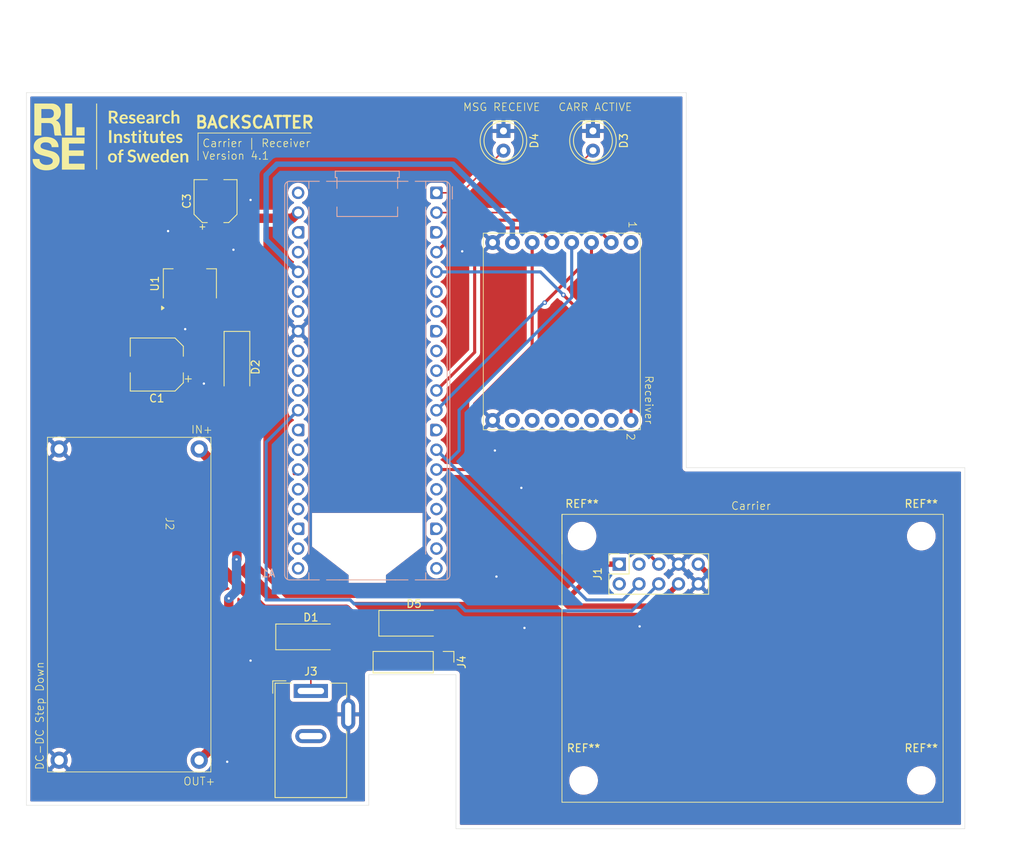
<source format=kicad_pcb>
(kicad_pcb (version 20241229) (generator "pcbnew") (generator_version "9.0")
  (title_block (title "Humanscatter v4.1") (company "RISE (Research Institutes of Sweden)"))
  (layers (0 "F.Cu" signal) (2 "B.Cu" signal) (13 "F.Paste" user) (15 "B.Paste" user) (5 "F.SilkS" user "F.Silkscreen") (7 "B.SilkS" user "B.Silkscreen") (1 "F.Mask" user) (3 "B.Mask" user) (25 "Edge.Cuts" user))
  (net 0 "")
  (net 6 "unconnected-(A1-GPIO20-Pad26)")
  (net 7 "/GDO")
  (net 8 "Net-(A1-VSYS)")
  (net 9 "Net-(A1-GND-Pad13)")
  (net 12 "GND")
  (net 15 "/CS")
  (net 17 "/MOSI")
  (net 20 "/MISO")
  (net 22 "/SCK")
  (net 23 "/GD2")
  (net 27 "/3V3")
  (net 30 "Net-(D2-K)")
  (net 31 "/IN+")
  (net 32 "Net-(D1-A)")
  (net 33 "/OUT+")
  (net 41 "Net-(A1-GPIO1)")
  (net 42 "Net-(A1-GPIO0)")
  (net 48 "Net-(D5-A)")
  (footprint "Package_TO_SOT_SMD:SOT-223-3_TabPin2" (layer "F.Cu") (at 132.2 58.35 90)
    (property "Reference" "U1" (at 0 -4.5 90) (layer "F.SilkS"))
    (property "Value" "AMS1117")
    (pad "1" smd roundrect (at -3.15 -2.3 90) (size 2 1.5) (layers "F.Cu" "F.Mask" "F.Paste") (net 12 "GND"))
    (pad "2" smd roundrect (at -3.15 0 90) (size 2 1.5) (layers "F.Cu" "F.Mask" "F.Paste") (net 8 "Net-(A1-VSYS)"))
    (pad "2" smd roundrect (at 3.15 0 90) (size 2 3.8) (layers "F.Cu" "F.Mask" "F.Paste") (net 8 "Net-(A1-VSYS)"))
    (pad "3" smd roundrect (at -3.15 2.3 90) (size 2 1.5) (layers "F.Cu" "F.Mask" "F.Paste") (net 30 "Net-(D2-K)"))
  )
  (footprint "Capacitor_SMD:CP_Elec_6.3x5.4" (layer "F.Cu") (at 127.95 68.75 180)
    (property "Reference" "C1" (at 0 -4.35 0) (layer "F.SilkS"))
    (property "Value" "10uF")
    (pad "1" smd roundrect (at -2.8 0 180) (size 3.5 1.6) (layers "F.Cu" "F.Mask" "F.Paste") (roundrect_rratio 0.15625) (net 30 "Net-(D2-K)"))
    (pad "2" smd roundrect (at 2.8 0 180) (size 3.5 1.6) (layers "F.Cu" "F.Mask" "F.Paste") (roundrect_rratio 0.15625) (net 12 "GND"))
  )
  (footprint "Diode_SMD:D_SMA_Handsoldering" (layer "F.Cu") (at 161 102)
    (property "Reference" "D5" (at 0 -2.5 0) (layer "F.SilkS"))
    (property "Value" "D")
    (pad "1" smd roundrect (at -2.5 0) (size 3.5 1.8) (layers "F.Cu" "F.Mask" "F.Paste") (roundrect_rratio 0.1388888889) (net 31 "/IN+"))
    (pad "2" smd roundrect (at 2.5 0) (size 3.5 1.8) (layers "F.Cu" "F.Mask" "F.Paste") (roundrect_rratio 0.1388888889) (net 48 "Net-(D5-A)"))
  )
  (footprint "Diode_SMD:D_SMA_Handsoldering" (layer "F.Cu") (at 138.25 69 -90)
    (property "Reference" "D2" (at 0.08 -2.39 90) (layer "F.SilkS"))
    (property "Value" "D")
    (pad "1" smd roundrect (at -2.5 0 270) (size 3.5 1.8) (layers "F.Cu" "F.Mask" "F.Paste") (roundrect_rratio 0.1388888889) (net 30 "Net-(D2-K)"))
    (pad "2" smd roundrect (at 2.5 0 270) (size 3.5 1.8) (layers "F.Cu" "F.Mask" "F.Paste") (roundrect_rratio 0.1388888889) (net 33 "/OUT+"))
  )
  (footprint "Connector_PinHeader_2.54mm:WPM404_New" (layer "F.Cu") (at 124.9 99.1 -90)
    (property "Reference" "J2" (at -9.9 -4.7 270) (layer "F.SilkS") (effects (font (thickness 0.1))))
    (property "Value" "WPM404")
    (pad "1" thru_hole circle (at -19.5 -8.5 270) (size 2.2 2.2) (drill 1.2) (layers "*.Cu" "*.Mask") (net 31 "/IN+"))
    (pad "2" thru_hole circle (at -19.5 9.5 270) (size 2.2 2.2) (drill 1.2) (layers "*.Cu" "*.Mask") (net 12 "GND"))
    (pad "3" thru_hole circle (at 20.5 9.5 270) (size 2.2 2.2) (drill 1.2) (layers "*.Cu" "*.Mask") (net 12 "GND"))
    (pad "4" thru_hole circle (at 20.5 -8.5 270) (size 2.2 2.2) (drill 1.2) (layers "*.Cu" "*.Mask") (net 33 "/OUT+"))
  )
  (footprint "MountingHole:MountingHole_3.2mm_M3" (layer "F.Cu") (at 182.8 122.2)
    (property "Reference" "REF**" (at 0 -4.15 0) (layer "F.SilkS"))
    (property "Value" "MountingHole_3.2mm_M3")
    (pad "" np_thru_hole circle (at 0 0) (size 3.2 3.2) (drill 3.2) (layers "*.Cu" "*.Mask"))
  )
  (footprint "Connector_PinHeader_2.54mm:PinHeader_1x04_P2.54mm_Vertical" (layer "F.Cu") (at 164.75 107 -90)
    (property "Reference" "J4" (at 0 -2.38 90) (layer "F.SilkS"))
    (property "Value" "Conn_01x04")
    (pad "1" smd rect (at 0 0 270) (size 1.6 2.2) (layers "F.Cu" "F.Mask" "F.Paste") (net 48 "Net-(D5-A)"))
    (pad "2" smd rect (at 0 2.54 270) (size 1.6 2.2) (layers "F.Cu" "F.Mask" "F.Paste"))
    (pad "3" smd rect (at 0 5.08 270) (size 1.6 2.2) (layers "F.Cu" "F.Mask" "F.Paste"))
    (pad "4" smd rect (at 0 7.62 270) (size 1.6 2.2) (layers "F.Cu" "F.Mask" "F.Paste") (net 12 "GND"))
  )
  (footprint "Connector_BarrelJack:BarrelJack_Wuerth_6941xx301002" (layer "F.Cu") (at 147.75 110.7)
    (property "Reference" "J3" (at 0 -2.5 0) (layer "F.SilkS"))
    (property "Value" "Barrel_Jack_Switch")
    (pad "1" thru_hole rect (at 0 0) (size 4.4 1.8) (drill oval 3.4 0.8) (layers "*.Cu" "*.Mask") (net 32 "Net-(D1-A)"))
    (pad "2" thru_hole oval (at 0 5.8) (size 4 1.8) (drill oval 3 0.8) (layers "*.Cu" "*.Mask"))
    (pad "3" thru_hole oval (at 4.8 3 90) (size 4 1.8) (drill oval 3 0.8) (layers "*.Cu" "*.Mask") (net 12 "GND"))
  )
  (footprint "Connector_PinSocket_2.54mm:mikroBUS_2x08_P2.54mm_15.24mm" (layer "F.Cu") (at 188.89 53.07 -90)
    (property "Reference" "Receiver" (at 20.23 -2.31 270) (layer "F.SilkS") (effects (font (thickness 0.1))))
    (property "Value" "Conn_02x08_Odd_Even")
    (pad "1" thru_hole circle (at 0 0 270) (size 1.9 1.9) (drill 0.9) (layers "*.Cu" "*.Mask"))
    (pad "2" thru_hole circle (at 22.86 0 270) (size 1.9 1.9) (drill 0.9) (layers "*.Cu" "*.Mask") (net 23 "/GD2"))
    (pad "3" thru_hole circle (at 0 2.54 270) (size 1.9 1.9) (drill 0.9) (layers "*.Cu" "*.Mask") (net 7 "/GDO"))
    (pad "4" thru_hole circle (at 22.86 2.54 270) (size 1.9 1.9) (drill 0.9) (layers "*.Cu" "*.Mask"))
    (pad "5" thru_hole circle (at 0 5.08 270) (size 1.9 1.9) (drill 0.9) (layers "*.Cu" "*.Mask") (net 15 "/CS"))
    (pad "6" thru_hole circle (at 22.86 5.08 270) (size 1.9 1.9) (drill 0.9) (layers "*.Cu" "*.Mask"))
    (pad "7" thru_hole circle (at 0 7.62 270) (size 1.9 1.9) (drill 0.9) (layers "*.Cu" "*.Mask") (net 22 "/SCK"))
    (pad "8" thru_hole circle (at 22.86 7.62 270) (size 1.9 1.9) (drill 0.9) (layers "*.Cu" "*.Mask"))
    (pad "9" thru_hole circle (at 0 10.16 270) (size 1.9 1.9) (drill 0.9) (layers "*.Cu" "*.Mask") (net 20 "/MISO"))
    (pad "10" thru_hole circle (at 22.86 10.16 270) (size 1.9 1.9) (drill 0.9) (layers "*.Cu" "*.Mask"))
    (pad "11" thru_hole circle (at 0 12.7 270) (size 1.9 1.9) (drill 0.9) (layers "*.Cu" "*.Mask") (net 17 "/MOSI"))
    (pad "12" thru_hole circle (at 22.86 12.7 270) (size 1.9 1.9) (drill 0.9) (layers "*.Cu" "*.Mask"))
    (pad "13" thru_hole circle (at 0 15.24 270) (size 1.9 1.9) (drill 0.9) (layers "*.Cu" "*.Mask") (net 27 "/3V3"))
    (pad "14" thru_hole circle (at 22.86 15.24 270) (size 1.9 1.9) (drill 0.9) (layers "*.Cu" "*.Mask"))
    (pad "15" thru_hole circle (at 0 17.78 270) (size 1.9 1.9) (drill 0.9) (layers "*.Cu" "*.Mask") (net 12 "GND"))
    (pad "16" thru_hole circle (at 22.86 17.78 270) (size 1.9 1.9) (drill 0.9) (layers "*.Cu" "*.Mask") (net 12 "GND"))
  )
  (footprint "Logo.preety:Logo" (layer "F.Cu") (at 122 39.5)
    (property "Reference" "G***" (hide yes))
    (property "Value" "LOGO" (hide yes))
  )
  (footprint "MountingHole:MountingHole_3.2mm_M3" (layer "F.Cu") (at 226.2 122.2)
    (property "Reference" "REF**" (at 0 -4.15 0) (layer "F.SilkS"))
    (property "Value" "MountingHole_3.2mm_M3")
    (pad "" np_thru_hole circle (at 0 0) (size 3.2 3.2) (drill 3.2) (layers "*.Cu" "*.Mask"))
  )
  (footprint "LED_THT:LED_D5.0mm" (layer "F.Cu") (at 184 38.725 -90)
    (property "Reference" "D3" (at 1.27 -3.96 90) (layer "F.SilkS"))
    (property "Value" "LED")
    (pad "1" thru_hole rect (at 0 0 270) (size 1.8 1.8) (drill 0.9) (layers "*.Cu" "*.Mask") (net 12 "GND"))
    (pad "2" thru_hole circle (at 2.54 0 270) (size 1.8 1.8) (drill 0.9) (layers "*.Cu" "*.Mask") (net 41 "Net-(A1-GPIO1)"))
  )
  (footprint "Connector_PinSocket_2.54mm:PinSocket_2x05_P2.54mm_Vertical" (layer "F.Cu") (at 187.38 94.4 90)
    (property "Reference" "J1" (at -1.27 -2.77 90) (layer "F.SilkS"))
    (property "Value" "Conn_02x05_Odd_Even")
    (pad "1" thru_hole rect (at 0 0 90) (size 1.7 1.7) (drill 1) (layers "*.Cu" "*.Mask") (net 8 "Net-(A1-VSYS)"))
    (pad "2" thru_hole circle (at -2.54 0 90) (size 1.7 1.7) (drill 1) (layers "*.Cu" "*.Mask"))
    (pad "3" thru_hole circle (at 0 2.54 90) (size 1.7 1.7) (drill 1) (layers "*.Cu" "*.Mask"))
    (pad "4" thru_hole circle (at -2.54 2.54 90) (size 1.7 1.7) (drill 1) (layers "*.Cu" "*.Mask") (net 22 "/SCK"))
    (pad "5" thru_hole circle (at 0 5.08 90) (size 1.7 1.7) (drill 1) (layers "*.Cu" "*.Mask") (net 17 "/MOSI"))
    (pad "6" thru_hole circle (at -2.54 5.08 90) (size 1.7 1.7) (drill 1) (layers "*.Cu" "*.Mask") (net 15 "/CS"))
    (pad "7" thru_hole circle (at 0 7.62 90) (size 1.7 1.7) (drill 1) (layers "*.Cu" "*.Mask") (net 12 "GND"))
    (pad "8" thru_hole circle (at -2.54 7.62 90) (size 1.7 1.7) (drill 1) (layers "*.Cu" "*.Mask") (net 8 "Net-(A1-VSYS)"))
    (pad "9" thru_hole circle (at 0 10.16 90) (size 1.7 1.7) (drill 1) (layers "*.Cu" "*.Mask") (net 8 "Net-(A1-VSYS)"))
    (pad "10" thru_hole circle (at -2.54 10.16 90) (size 1.7 1.7) (drill 1) (layers "*.Cu" "*.Mask") (net 12 "GND"))
  )
  (footprint "MountingHole:MountingHole_3.2mm_M3" (layer "F.Cu") (at 182.6 90.8)
    (property "Reference" "REF**" (at 0 -4.15 0) (layer "F.SilkS"))
    (property "Value" "MountingHole_3.2mm_M3")
    (pad "" np_thru_hole circle (at 0 0) (size 3.2 3.2) (drill 3.2) (layers "*.Cu" "*.Mask"))
  )
  (footprint "MountingHole:MountingHole_3.2mm_M3" (layer "F.Cu") (at 226.2 90.8)
    (property "Reference" "REF**" (at 0 -4.15 0) (layer "F.SilkS"))
    (property "Value" "MountingHole_3.2mm_M3")
    (pad "" np_thru_hole circle (at 0 0) (size 3.2 3.2) (drill 3.2) (layers "*.Cu" "*.Mask"))
  )
  (footprint "Diode_SMD:D_SMA_Handsoldering" (layer "F.Cu") (at 147.75 103.75)
    (property "Reference" "D1" (at 0 -2.5 0) (layer "F.SilkS"))
    (property "Value" "D")
    (pad "1" smd roundrect (at -2.5 0) (size 3.5 1.8) (layers "F.Cu" "F.Mask" "F.Paste") (roundrect_rratio 0.1388888889) (net 31 "/IN+"))
    (pad "2" smd roundrect (at 2.5 0) (size 3.5 1.8) (layers "F.Cu" "F.Mask" "F.Paste") (roundrect_rratio 0.1388888889) (net 32 "Net-(D1-A)"))
  )
  (footprint "Capacitor_SMD:CP_Elec_5x5.4" (layer "F.Cu") (at 135.5 47.75 90)
    (property "Reference" "C3" (at 0 -3.7 90) (layer "F.SilkS"))
    (property "Value" "22uF")
    (pad "1" smd roundrect (at -2.2 0 90) (size 3 1.6) (layers "F.Cu" "F.Mask" "F.Paste") (roundrect_rratio 0.15625) (net 8 "Net-(A1-VSYS)"))
    (pad "2" smd roundrect (at 2.2 0 90) (size 3 1.6) (layers "F.Cu" "F.Mask" "F.Paste") (roundrect_rratio 0.15625) (net 12 "GND"))
  )
  (footprint "LED_THT:LED_D5.0mm" (layer "F.Cu") (at 172.5 38.725 -90)
    (property "Reference" "D4" (at 1.27 -3.96 90) (layer "F.SilkS"))
    (property "Value" "LED")
    (pad "1" thru_hole rect (at 0 0 270) (size 1.8 1.8) (drill 0.9) (layers "*.Cu" "*.Mask") (net 12 "GND"))
    (pad "2" thru_hole circle (at 2.54 0 270) (size 1.8 1.8) (drill 0.9) (layers "*.Cu" "*.Mask") (net 42 "Net-(A1-GPIO0)"))
  )
  (footprint "Module:RaspberryPi_Pico_Common_THT" (layer "B.Cu") (at 163.89 46.6825 180)
    (property "Reference" "A1" (at 20.6375 -48.895 0) (layer "B.SilkS") (effects (justify left mirror)))
    (property "Value" "RaspberryPi_Pico")
    (pad "1" thru_hole roundrect (at 0 0 180) (size 1.6 1.6) (drill 1) (layers "*.Cu" "*.Mask") (roundrect_rratio 0.125) (net 42 "Net-(A1-GPIO0)"))
    (pad "2" thru_hole circle (at 0 -2.54 180) (size 1.6 1.6) (drill 1) (layers "*.Cu" "*.Mask") (net 41 "Net-(A1-GPIO1)"))
    (pad "3" thru_hole custom (at 0 -5.08 180) (size 1.6 1.6) (drill 1) (layers "*.Cu" "*.Mask") (net 9 "Net-(A1-GND-Pad13)") (options (clearance outline) (anchor circle)) (primitives (gr_poly (pts (xy 0.8 -0.6) (xy 0.8 0.6) (xy 0.6 0.8) (xy 0 0.8) (xy 0 -0.8) (xy 0.6 -0.8)) (width 0) (fill yes)) (gr_circle (center 0.6 -0.6) (end 0.8 -0.6) (width 0) (fill yes)) (gr_circle (center 0.6 0.6) (end 0.8 0.6) (width 0) (fill yes))))
    (pad "4" thru_hole circle (at 0 -7.62 180) (size 1.6 1.6) (drill 1) (layers "*.Cu" "*.Mask") (net 7 "/GDO"))
    (pad "5" thru_hole circle (at 0 -10.16 180) (size 1.6 1.6) (drill 1) (layers "*.Cu" "*.Mask") (net 23 "/GD2"))
    (pad "6" thru_hole circle (at 0 -12.7 180) (size 1.6 1.6) (drill 1) (layers "*.Cu" "*.Mask"))
    (pad "7" thru_hole circle (at 0 -15.24 180) (size 1.6 1.6) (drill 1) (layers "*.Cu" "*.Mask"))
    (pad "8" thru_hole custom (at 0 -17.78 180) (size 1.6 1.6) (drill 1) (layers "*.Cu" "*.Mask") (net 9 "Net-(A1-GND-Pad13)") (options (clearance outline) (anchor circle)) (primitives (gr_poly (pts (xy 0.8 -0.6) (xy 0.8 0.6) (xy 0.6 0.8) (xy 0 0.8) (xy 0 -0.8) (xy 0.6 -0.8)) (width 0) (fill yes)) (gr_circle (center 0.6 -0.6) (end 0.8 -0.6) (width 0) (fill yes)) (gr_circle (center 0.6 0.6) (end 0.8 0.6) (width 0) (fill yes))))
    (pad "9" thru_hole circle (at 0 -20.32 180) (size 1.6 1.6) (drill 1) (layers "*.Cu" "*.Mask"))
    (pad "10" thru_hole circle (at 0 -22.86 180) (size 1.6 1.6) (drill 1) (layers "*.Cu" "*.Mask"))
    (pad "11" thru_hole circle (at 0 -25.4 180) (size 1.6 1.6) (drill 1) (layers "*.Cu" "*.Mask") (net 20 "/MISO"))
    (pad "12" thru_hole circle (at 0 -27.94 180) (size 1.6 1.6) (drill 1) (layers "*.Cu" "*.Mask") (net 15 "/CS"))
    (pad "13" thru_hole custom (at 0 -30.48 180) (size 1.6 1.6) (drill 1) (layers "*.Cu" "*.Mask") (net 9 "Net-(A1-GND-Pad13)") (options (clearance outline) (anchor circle)) (primitives (gr_poly (pts (xy 0.8 -0.6) (xy 0.8 0.6) (xy 0.6 0.8) (xy 0 0.8) (xy 0 -0.8) (xy 0.6 -0.8)) (width 0) (fill yes)) (gr_circle (center 0.6 -0.6) (end 0.8 -0.6) (width 0) (fill yes)) (gr_circle (center 0.6 0.6) (end 0.8 0.6) (width 0) (fill yes))))
    (pad "14" thru_hole circle (at 0 -33.02 180) (size 1.6 1.6) (drill 1) (layers "*.Cu" "*.Mask") (net 22 "/SCK"))
    (pad "15" thru_hole circle (at 0 -35.56 180) (size 1.6 1.6) (drill 1) (layers "*.Cu" "*.Mask") (net 17 "/MOSI"))
    (pad "16" thru_hole circle (at 0 -38.1 180) (size 1.6 1.6) (drill 1) (layers "*.Cu" "*.Mask"))
    (pad "17" thru_hole circle (at 0 -40.64 180) (size 1.6 1.6) (drill 1) (layers "*.Cu" "*.Mask"))
    (pad "18" thru_hole custom (at 0 -43.18 180) (size 1.6 1.6) (drill 1) (layers "*.Cu" "*.Mask") (net 9 "Net-(A1-GND-Pad13)") (options (clearance outline) (anchor circle)) (primitives (gr_poly (pts (xy 0.8 -0.6) (xy 0.8 0.6) (xy 0.6 0.8) (xy 0 0.8) (xy 0 -0.8) (xy 0.6 -0.8)) (width 0) (fill yes)) (gr_circle (center 0.6 -0.6) (end 0.8 -0.6) (width 0) (fill yes)) (gr_circle (center 0.6 0.6) (end 0.8 0.6) (width 0) (fill yes))))
    (pad "19" thru_hole circle (at 0 -45.72 180) (size 1.6 1.6) (drill 1) (layers "*.Cu" "*.Mask"))
    (pad "20" thru_hole circle (at 0 -48.26 180) (size 1.6 1.6) (drill 1) (layers "*.Cu" "*.Mask"))
    (pad "21" thru_hole circle (at 17.78 -48.26 180) (size 1.6 1.6) (drill 1) (layers "*.Cu" "*.Mask"))
    (pad "22" thru_hole circle (at 17.78 -45.72 180) (size 1.6 1.6) (drill 1) (layers "*.Cu" "*.Mask"))
    (pad "23" thru_hole custom (at 17.78 -43.18 180) (size 1.6 1.6) (drill 1) (layers "*.Cu" "*.Mask") (net 9 "Net-(A1-GND-Pad13)") (options (clearance outline) (anchor circle)) (primitives (gr_poly (pts (xy -0.8 -0.6) (xy -0.8 0.6) (xy -0.6 0.8) (xy 0 0.8) (xy 0 -0.8) (xy -0.6 -0.8)) (width 0) (fill yes)) (gr_circle (center -0.6 -0.6) (end -0.4 -0.6) (width 0) (fill yes)) (gr_circle (center -0.6 0.6) (end -0.4 0.6) (width 0) (fill yes))))
    (pad "24" thru_hole circle (at 17.78 -40.64 180) (size 1.6 1.6) (drill 1) (layers "*.Cu" "*.Mask"))
    (pad "25" thru_hole circle (at 17.78 -38.1 180) (size 1.6 1.6) (drill 1) (layers "*.Cu" "*.Mask"))
    (pad "26" thru_hole circle (at 17.78 -35.56 180) (size 1.6 1.6) (drill 1) (layers "*.Cu" "*.Mask") (net 6 "unconnected-(A1-GPIO20-Pad26)"))
    (pad "27" thru_hole circle (at 17.78 -33.02 180) (size 1.6 1.6) (drill 1) (layers "*.Cu" "*.Mask"))
    (pad "28" thru_hole custom (at 17.78 -30.48 180) (size 1.6 1.6) (drill 1) (layers "*.Cu" "*.Mask") (net 9 "Net-(A1-GND-Pad13)") (options (clearance outline) (anchor circle)) (primitives (gr_poly (pts (xy -0.8 -0.6) (xy -0.8 0.6) (xy -0.6 0.8) (xy 0 0.8) (xy 0 -0.8) (xy -0.6 -0.8)) (width 0) (fill yes)) (gr_circle (center -0.6 -0.6) (end -0.4 -0.6) (width 0) (fill yes)) (gr_circle (center -0.6 0.6) (end -0.4 0.6) (width 0) (fill yes))))
    (pad "29" thru_hole circle (at 17.78 -27.94 180) (size 1.6 1.6) (drill 1) (layers "*.Cu" "*.Mask") (net 15 "/CS"))
    (pad "30" thru_hole circle (at 17.78 -25.4 180) (size 1.6 1.6) (drill 1) (layers "*.Cu" "*.Mask"))
    (pad "31" thru_hole circle (at 17.78 -22.86 180) (size 1.6 1.6) (drill 1) (layers "*.Cu" "*.Mask"))
    (pad "32" thru_hole circle (at 17.78 -20.32 180) (size 1.6 1.6) (drill 1) (layers "*.Cu" "*.Mask"))
    (pad "33" thru_hole custom (at 17.78 -17.78 180) (size 1.6 1.6) (drill 1) (layers "*.Cu" "*.Mask") (net 12 "GND") (options (clearance outline) (anchor circle)) (primitives (gr_poly (pts (xy -0.8 -0.6) (xy -0.8 0.6) (xy -0.6 0.8) (xy 0 0.8) (xy 0 -0.8) (xy -0.6 -0.8)) (width 0) (fill yes)) (gr_circle (center -0.6 -0.6) (end -0.4 -0.6) (width 0) (fill yes)) (gr_circle (center -0.6 0.6) (end -0.4 0.6) (width 0) (fill yes))))
    (pad "34" thru_hole circle (at 17.78 -15.24 180) (size 1.6 1.6) (drill 1) (layers "*.Cu" "*.Mask"))
    (pad "35" thru_hole circle (at 17.78 -12.7 180) (size 1.6 1.6) (drill 1) (layers "*.Cu" "*.Mask"))
    (pad "36" thru_hole circle (at 17.78 -10.16 180) (size 1.6 1.6) (drill 1) (layers "*.Cu" "*.Mask") (net 27 "/3V3"))
    (pad "37" thru_hole circle (at 17.78 -7.62 180) (size 1.6 1.6) (drill 1) (layers "*.Cu" "*.Mask"))
    (pad "38" thru_hole custom (at 17.78 -5.08 180) (size 1.6 1.6) (drill 1) (layers "*.Cu" "*.Mask") (net 9 "Net-(A1-GND-Pad13)") (options (clearance outline) (anchor circle)) (primitives (gr_poly (pts (xy -0.8 -0.6) (xy -0.8 0.6) (xy -0.6 0.8) (xy 0 0.8) (xy 0 -0.8) (xy -0.6 -0.8)) (width 0) (fill yes)) (gr_circle (center -0.6 -0.6) (end -0.4 -0.6) (width 0) (fill yes)) (gr_circle (center -0.6 0.6) (end -0.4 0.6) (width 0) (fill yes))))
    (pad "39" thru_hole circle (at 17.78 -2.54 180) (size 1.6 1.6) (drill 1) (layers "*.Cu" "*.Mask") (net 8 "Net-(A1-VSYS)"))
    (pad "40" thru_hole circle (at 17.78 0 180) (size 1.6 1.6) (drill 1) (layers "*.Cu" "*.Mask"))
    (zone (net 0) (net_name "") (layers "F.Cu" "B.Cu" "F.Paste" "B.Paste") (name "Antenna Copper Keep Out") (connect_pads (clearance 0)) (min_thickness 0.254)
      (keepout (tracks not_allowed) (vias not_allowed) (pads not_allowed) (copperpour not_allowed) (footprints allowed))
      (fill (thermal_gap 0.508) (thermal_bridge_width 0.508))
      (polygon (pts (xy 157.4 95.802395) (xy 162.1 92.152395) (xy 162.1 87.8125) (xy 147.9 87.8125) (xy 147.9 92.152395) (xy 152.6 95.802395) (xy 152.6 96.8125) (xy 157.4 96.8125)))
    )
  )
  (gr_line (start 180.02 125) (end 229 125) (stroke (width 0.1)) (layer "F.SilkS"))
  (gr_line (start 180.02 88) (end 229.02 88) (stroke (width 0.1)) (layer "F.SilkS"))
  (gr_line (start 133.25 39) (end 147.75 39) (stroke (width 0.1)) (layer "F.SilkS"))
  (gr_line (start 229.02 88) (end 229 125) (stroke (width 0.1)) (layer "F.SilkS"))
  (gr_line (start 133.25 42.5) (end 133.25 39) (stroke (width 0.1)) (layer "F.SilkS"))
  (gr_line (start 180.02 88.19) (end 180.02 88) (stroke (width 0.1)) (layer "F.SilkS"))
  (gr_line (start 180.02 88) (end 180.02 125) (stroke (width 0.1)) (layer "F.SilkS"))
  (gr_line (start 180.02 93.09) (end 180.02 88.09) (stroke (width 0.1)) (layer "F.SilkS"))
  (gr_line (start 180.02 88.19) (end 180.02 88.09) (stroke (width 0.1)) (layer "F.SilkS"))
  (gr_line (start 111.2 125.4) (end 111.2 33.8) (stroke (width 0.05)) (layer "Edge.Cuts"))
  (gr_line (start 231.8 82) (end 231.8 128.4) (stroke (width 0.05)) (layer "Edge.Cuts"))
  (gr_line (start 196 33.8) (end 196 82) (stroke (width 0.05)) (layer "Edge.Cuts"))
  (gr_line (start 155.2 125.4) (end 111.2 125.4) (stroke (width 0.05)) (layer "Edge.Cuts"))
  (gr_line (start 166.4 108.6) (end 155.2 108.6) (stroke (width 0.05)) (layer "Edge.Cuts"))
  (gr_line (start 231.8 128.4) (end 166.4 128.4) (stroke (width 0.05)) (layer "Edge.Cuts"))
  (gr_line (start 196 82) (end 231.8 82) (stroke (width 0.05)) (layer "Edge.Cuts"))
  (gr_line (start 111.2 33.8) (end 196 33.8) (stroke (width 0.05)) (layer "Edge.Cuts"))
  (gr_line (start 166.4 128.4) (end 166.4 108.6) (stroke (width 0.05)) (layer "Edge.Cuts"))
  (gr_line (start 155.2 108.6) (end 155.2 125.4) (stroke (width 0.05)) (layer "Edge.Cuts"))
  (gr_text "OUT+" (at 131.3 122.9 0) (layer "F.SilkS") (effects (font (size 1 1) (thickness 0.1)) (justify left bottom)))
  (gr_text "Carrier\n" (at 201.7 87.5 0) (layer "F.SilkS") (effects (font (size 1 1) (thickness 0.1)) (justify left bottom)))
  (gr_text "Carrier | Receiver\nVersion 4.1\n" (at 133.75 42.5 0) (layer "F.SilkS") (effects (font (size 1 1) (thickness 0.1)) (justify left bottom)))
  (gr_text "BACKSCATTER\n" (at 132.75 38.5 0) (layer "F.SilkS") (effects (font (size 1.5 1.5) (thickness 0.3) (bold yes)) (justify left bottom)))
  (gr_text "1" (at 188.5 50.25 270) (layer "F.SilkS") (effects (font (size 1 1) (thickness 0.1)) (justify left bottom)))
  (gr_text "DC-DC Step Down\n" (at 113.5 120.9 90) (layer "F.SilkS") (effects (font (size 1 1) (thickness 0.1)) (justify left bottom)))
  (gr_text "IN+" (at 132.3 77.7 0) (layer "F.SilkS") (effects (font (size 1 1) (thickness 0.1)) (justify left bottom)))
  (gr_text "MSG RECEIVE" (at 167.25 36.25 0) (layer "F.SilkS") (effects (font (size 1 1) (thickness 0.1)) (justify left bottom)))
  (gr_text "CARR ACTIVE" (at 179.5 36.25 0) (layer "F.SilkS") (effects (font (size 1 1) (thickness 0.1)) (justify left bottom)))
  (gr_text "2" (at 188.25 77.5 270) (layer "F.SilkS") (effects (font (size 1 1) (thickness 0.1)) (justify left bottom)))
  (segment (start 145.6125 82.7825) (end 146.2125 82.1825) (width 0.4) (layer "F.Cu") (net 6))
  (segment (start 186.35 53.07) (end 183.48 50.2) (width 0.4) (layer "F.Cu") (net 7))
  (segment (start 167.4 50.7925) (end 163.89 54.3025) (width 0.4) (layer "F.Cu") (net 7))
  (segment (start 167.4 50.2) (end 167.4 50.7925) (width 0.4) (layer "F.Cu") (net 7))
  (segment (start 183.48 50.2) (end 167.4 50.2) (width 0.4) (layer "F.Cu") (net 7))
  (segment (start 146.0925 49.2825) (end 146.2125 49.1625) (width 0.2) (layer "F.Cu") (net 8))
  (segment (start 187.38 94.4) (end 185.2 94.4) (width 0.7) (layer "F.Cu") (net 8))
  (segment (start 144.6 98.4) (end 140.8 94.6) (width 0.7) (layer "F.Cu") (net 8))
  (segment (start 140.8 49.95) (end 145.3825 49.95) (width 1.2) (layer "F.Cu") (net 8))
  (segment (start 135.5 51.9) (end 135.5 49.95) (width 1.2) (layer "F.Cu") (net 8))
  (segment (start 132.2 55.2) (end 135.5 51.9) (width 1.2) (layer "F.Cu") (net 8))
  (segment (start 140.8 94.6) (end 140.8 49.95) (width 0.7) (layer "F.Cu") (net 8))
  (segment (start 145.3825 49.95) (end 146.11 49.2225) (width 1.2) (layer "F.Cu") (net 8))
  (segment (start 179.6 98.6) (end 179.6 98.4) (width 0.2) (layer "F.Cu") (net 8))
  (segment (start 179.6 98.4) (end 144.6 98.4) (width 0.7) (layer "F.Cu") (net 8))
  (segment (start 180.8 99.8) (end 179.6 98.6) (width 0.7) (layer "F.Cu") (net 8))
  (segment (start 201.2 98.4) (end 201.2 98.06) (width 0.7) (layer "F.Cu") (net 8))
  (segment (start 135.5 49.95) (end 140.8 49.95) (width 1.2) (layer "F.Cu") (net 8))
  (segment (start 192.14 99.8) (end 199.8 99.8) (width 0.7) (layer "F.Cu") (net 8))
  (segment (start 199.8 99.8) (end 201.2 98.4) (width 0.7) (layer "F.Cu") (net 8))
  (segment (start 201.2 98.06) (end 197.54 94.4) (width 0.7) (layer "F.Cu") (net 8))
  (segment (start 192.14 99.8) (end 180.8 99.8) (width 0.7) (layer "F.Cu") (net 8))
  (segment (start 185.2 94.4) (end 181.2 98.4) (width 0.7) (layer "F.Cu") (net 8))
  (segment (start 195 96.94) (end 192.14 99.8) (width 0.7) (layer "F.Cu") (net 8))
  (segment (start 181.2 98.4) (end 179.6 98.4) (width 0.7) (layer "F.Cu") (net 8))
  (via (at 140 106.8) (size 0.6) (drill 0.3) (layers "F.Cu" "B.Cu") (net 12))
  (via (at 175.2 102.6) (size 0.6) (drill 0.3) (layers "F.Cu" "B.Cu") (net 12))
  (via (at 167.2 54.2) (size 0.6) (drill 0.3) (layers "F.Cu" "B.Cu") (net 12))
  (via (at 140 47.6) (size 0.6) (drill 0.3) (layers "F.Cu" "B.Cu") (net 12))
  (via (at 190 102.4) (size 0.6) (drill 0.3) (layers "F.Cu" "B.Cu") (net 12))
  (via (at 171.6 96) (size 0.6) (drill 0.3) (layers "F.Cu" "B.Cu") (net 12))
  (via (at 129.4 51.6) (size 0.6) (drill 0.3) (layers "F.Cu" "B.Cu") (net 12))
  (via (at 171.4 79.8) (size 0.6) (drill 0.3) (layers "F.Cu" "B.Cu") (net 12))
  (via (at 137.8 54) (size 0.6) (drill 0.3) (layers "F.Cu" "B.Cu") (net 12))
  (via (at 174.8 84.6) (size 0.6) (drill 0.3) (layers "F.Cu" "B.Cu") (net 12))
  (via (at 137 119.8) (size 0.6) (drill 0.3) (layers "F.Cu" "B.Cu") (net 12))
  (via (at 131.6 64.2) (size 0.6) (drill 0.3) (layers "F.Cu" "B.Cu") (net 12))
  (via (at 134 71.2) (size 0.6) (drill 0.3) (layers "F.Cu" "B.Cu") (net 12))
  (segment (start 183.81 53.07) (end 183.81 54.79) (width 0.4) (layer "F.Cu") (net 15))
  (segment (start 183.81 54.79) (end 177.8 60.8) (width 0.4) (layer "F.Cu") (net 15))
  (segment (start 146.55 74.5625) (end 146.61 74.6225) (width 0.4) (layer "F.Cu") (net 15))
  (via (at 177.8 60.8) (size 0.6) (drill 0.3) (layers "F.Cu" "B.Cu") (net 15))
  (segment (start 142 99) (end 142.011 98.989) (width 0.4) (layer "B.Cu") (net 15))
  (segment (start 153.301 99.501) (end 152.8 99) (width 0.4) (layer "B.Cu") (net 15))
  (segment (start 177.8 60.8) (end 177.6 61) (width 0.2) (layer "B.Cu") (net 15))
  (segment (start 166.701 99.501) (end 153.301 99.501) (width 0.4) (layer "B.Cu") (net 15))
  (segment (start 177.6 61) (end 177.5125 61) (width 0.2) (layer "B.Cu") (net 15))
  (segment (start 142.011 98.989) (end 142.011 78.7215) (width 0.4) (layer "B.Cu") (net 15))
  (segment (start 189 100.4) (end 167.6 100.4) (width 0.4) (layer "B.Cu") (net 15))
  (segment (start 152.8 99) (end 142 99) (width 0.4) (layer "B.Cu") (net 15))
  (segment (start 142.011 78.7215) (end 146.11 74.6225) (width 0.4) (layer "B.Cu") (net 15))
  (segment (start 177.5125 61) (end 163.89 74.6225) (width 0.4) (layer "B.Cu") (net 15))
  (segment (start 192.46 96.94) (end 189 100.4) (width 0.4) (layer "B.Cu") (net 15))
  (segment (start 167.6 100.4) (end 166.701 99.501) (width 0.4) (layer "B.Cu") (net 15))
  (segment (start 168.8 82.2425) (end 163.89 82.2425) (width 0.4) (layer "F.Cu") (net 17))
  (segment (start 192.46 94.4) (end 180.3025 82.2425) (width 0.4) (layer "F.Cu") (net 17))
  (segment (start 168.8 73.8) (end 168.8 82.2425) (width 0.4) (layer "F.Cu") (net 17))
  (segment (start 180.3025 82.2425) (end 168.8 82.2425) (width 0.4) (layer "F.Cu") (net 17))
  (segment (start 176.19 66.41) (end 168.8 73.8) (width 0.4) (layer "F.Cu") (net 17))
  (segment (start 176.19 53.07) (end 176.19 66.41) (width 0.4) (layer "F.Cu") (net 17))
  (segment (start 176.86 51.2) (end 168.8 51.2) (width 0.4) (layer "F.Cu") (net 20))
  (segment (start 178.73 53.07) (end 176.86 51.2) (width 0.4) (layer "F.Cu") (net 20))
  (segment (start 168.8 67.1725) (end 163.89 72.0825) (width 0.4) (layer "F.Cu") (net 20))
  (segment (start 168.8 51.2) (end 168.8 67.1725) (width 0.4) (layer "F.Cu") (net 20))
  (segment (start 187.86 99) (end 183.1875 99) (width 0.4) (layer "B.Cu") (net 22))
  (segment (start 181.27 60.13) (end 166.8 74.6) (width 0.4) (layer "B.Cu") (net 22))
  (segment (start 181.27 53.07) (end 181.27 60.13) (width 0.4) (layer "B.Cu") (net 22))
  (segment (start 166.8 74.6) (end 166.8 79.8) (width 0.4) (layer "B.Cu") (net 22))
  (segment (start 183.1875 99) (end 165.39375 81.20625) (width 0.4) (layer "B.Cu") (net 22))
  (segment (start 165.39375 81.20625) (end 163.89 79.7025) (width 0.4) (layer "B.Cu") (net 22))
  (segment (start 189.92 96.94) (end 187.86 99) (width 0.4) (layer "B.Cu") (net 22))
  (segment (start 166.8 79.8) (end 165.39375 81.20625) (width 0.4) (layer "B.Cu") (net 22))
  (segment (start 188.89 75.93) (end 188.89 68.49) (width 0.4) (layer "F.Cu") (net 23))
  (segment (start 188.89 68.49) (end 180.2 59.8) (width 0.4) (layer "F.Cu") (net 23))
  (via (at 180.2 59.8) (size 0.6) (drill 0.3) (layers "F.Cu" "B.Cu") (net 23))
  (segment (start 177.2425 56.8425) (end 163.89 56.8425) (width 0.4) (layer "B.Cu") (net 23))
  (segment (start 180.2 59.8) (end 177.2425 56.8425) (width 0.4) (layer "B.Cu") (net 23))
  (segment (start 173.65 50.65) (end 166 43) (width 0.7) (layer "B.Cu") (net 27))
  (segment (start 143.4 43) (end 142 44.4) (width 0.7) (layer "B.Cu") (net 27))
  (segment (start 173.65 53.07) (end 173.65 50.65) (width 0.7) (layer "B.Cu") (net 27))
  (segment (start 142 52.7325) (end 146.11 56.8425) (width 0.7) (layer "B.Cu") (net 27))
  (segment (start 142 44.4) (end 142 52.7325) (width 0.7) (layer "B.Cu") (net 27))
  (segment (start 166 43) (end 143.4 43) (width 0.7) (layer "B.Cu") (net 27))
  (segment (start 134.5 65) (end 134.5 61.5) (width 1.2) (layer "F.Cu") (net 30))
  (segment (start 130.75 68.75) (end 134.5 65) (width 1.2) (layer "F.Cu") (net 30))
  (segment (start 138.25 66.5) (end 136 68.75) (width 1.2) (layer "F.Cu") (net 30))
  (segment (start 136 68.75) (end 130.75 68.75) (width 1.2) (layer "F.Cu") (net 30))
  (segment (start 141.65 100.25) (end 141.75 100.25) (width 1.3) (layer "F.Cu") (net 31))
  (segment (start 136.4 82.6) (end 133.4 79.6) (width 1.3) (layer "F.Cu") (net 31))
  (segment (start 141.65 100.25) (end 136.4 95) (width 1.3) (layer "F.Cu") (net 31))
  (segment (start 154 102) (end 152.25 100.25) (width 1.3) (layer "F.Cu") (net 31))
  (segment (start 136.4 95) (end 136.4 82.6) (width 1.3) (layer "F.Cu") (net 31))
  (segment (start 141.75 100.25) (end 145.25 103.75) (width 1.3) (layer "F.Cu") (net 31))
  (segment (start 152.25 100.25) (end 141.65 100.25) (width 1.3) (layer "F.Cu") (net 31))
  (segment (start 158.5 102) (end 154 102) (width 1.3) (layer "F.Cu") (net 31))
  (segment (start 147.75 110.7) (end 147.75 106.25) (width 0.2) (layer "F.Cu") (net 32))
  (segment (start 147.75 106.25) (end 150.25 103.75) (width 0.2) (layer "F.Cu") (net 32))
  (segment (start 138.25 75) (end 138.25 71.5) (width 1.2) (layer "F.Cu") (net 33))
  (segment (start 138.25 93.75) (end 138.2 93.8) (width 1.2) (layer "F.Cu") (net 33))
  (segment (start 137.2 98.8) (end 137.2 115.8) (width 1.2) (layer "F.Cu") (net 33))
  (segment (start 138.25 75) (end 138.25 93.75) (width 1.2) (layer "F.Cu") (net 33))
  (segment (start 137.2 115.8) (end 133.4 119.6) (width 1.2) (layer "F.Cu") (net 33))
  (via (at 137.2 98.8) (size 0.6) (drill 0.3) (layers "F.Cu" "B.Cu") (net 33))
  (via (at 138.2 93.8) (size 0.6) (drill 0.3) (layers "F.Cu" "B.Cu") (net 33))
  (segment (start 138.2 97.8) (end 137.2 98.8) (width 1.2) (layer "B.Cu") (net 33))
  (segment (start 138.2 93.8) (end 138.2 97.8) (width 1.2) (layer "B.Cu") (net 33))
  (segment (start 163.89 49.2225) (end 176.0425 49.2225) (width 0.2) (layer "F.Cu") (net 41))
  (segment (start 176.0425 49.2225) (end 184 41.265) (width 0.2) (layer "F.Cu") (net 41))
  (segment (start 164.1125 49.2825) (end 163.9925 49.1625) (width 0.2) (layer "F.Cu") (net 41))
  (segment (start 164.0725 46.5) (end 163.89 46.6825) (width 0.2) (layer "F.Cu") (net 42))
  (segment (start 163.89 46.6825) (end 167.0825 46.6825) (width 0.2) (layer "F.Cu") (net 42))
  (segment (start 167.0825 46.6825) (end 172.5 41.265) (width 0.2) (layer "F.Cu") (net 42))
  (segment (start 164.75 103.25) (end 163.5 102) (width 1.3) (layer "F.Cu") (net 48))
  (segment (start 164.75 107) (end 164.75 103.25) (width 1.3) (layer "F.Cu") (net 48))
  (zone (net 12) (net_name "GND") (layers "F.Cu" "B.Cu") (connect_pads (clearance 0.5)) (min_thickness 0.25) (fill yes (thermal_gap 0.5) (thermal_bridge_width 0.5))
    (polygon (pts (xy 109.8 32.8) (xy 239.4 32.6) (xy 237.4 131.8) (xy 107.8 129.2)))
  )
)
</source>
